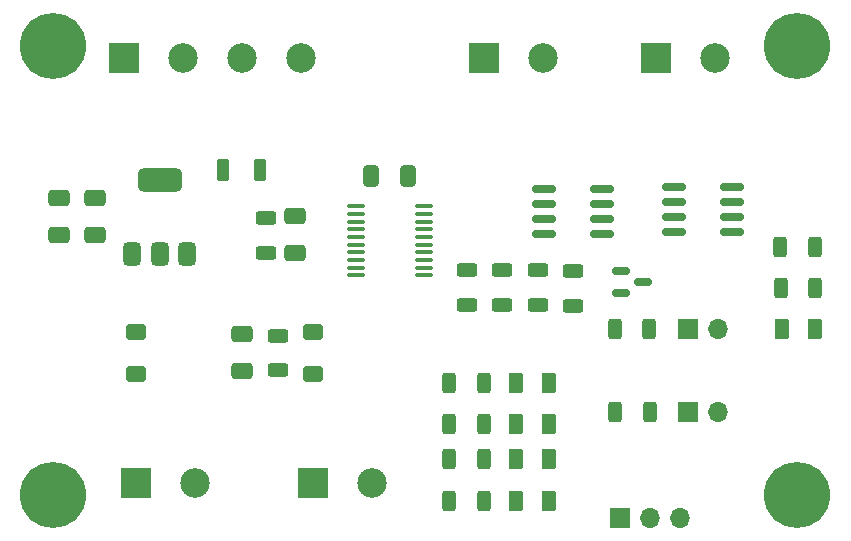
<source format=gbr>
%TF.GenerationSoftware,KiCad,Pcbnew,8.0.3*%
%TF.CreationDate,2024-07-12T15:18:38+08:00*%
%TF.ProjectId,seq_v003f4,7365715f-7630-4303-9366-342e6b696361,rev?*%
%TF.SameCoordinates,Original*%
%TF.FileFunction,Soldermask,Top*%
%TF.FilePolarity,Negative*%
%FSLAX46Y46*%
G04 Gerber Fmt 4.6, Leading zero omitted, Abs format (unit mm)*
G04 Created by KiCad (PCBNEW 8.0.3) date 2024-07-12 15:18:38*
%MOMM*%
%LPD*%
G01*
G04 APERTURE LIST*
G04 Aperture macros list*
%AMRoundRect*
0 Rectangle with rounded corners*
0 $1 Rounding radius*
0 $2 $3 $4 $5 $6 $7 $8 $9 X,Y pos of 4 corners*
0 Add a 4 corners polygon primitive as box body*
4,1,4,$2,$3,$4,$5,$6,$7,$8,$9,$2,$3,0*
0 Add four circle primitives for the rounded corners*
1,1,$1+$1,$2,$3*
1,1,$1+$1,$4,$5*
1,1,$1+$1,$6,$7*
1,1,$1+$1,$8,$9*
0 Add four rect primitives between the rounded corners*
20,1,$1+$1,$2,$3,$4,$5,0*
20,1,$1+$1,$4,$5,$6,$7,0*
20,1,$1+$1,$6,$7,$8,$9,0*
20,1,$1+$1,$8,$9,$2,$3,0*%
G04 Aperture macros list end*
%ADD10C,5.600000*%
%ADD11R,1.700000X1.700000*%
%ADD12O,1.700000X1.700000*%
%ADD13RoundRect,0.250000X0.625000X-0.312500X0.625000X0.312500X-0.625000X0.312500X-0.625000X-0.312500X0*%
%ADD14RoundRect,0.250000X0.600000X-0.400000X0.600000X0.400000X-0.600000X0.400000X-0.600000X-0.400000X0*%
%ADD15RoundRect,0.375000X0.375000X-0.625000X0.375000X0.625000X-0.375000X0.625000X-0.375000X-0.625000X0*%
%ADD16RoundRect,0.500000X1.400000X-0.500000X1.400000X0.500000X-1.400000X0.500000X-1.400000X-0.500000X0*%
%ADD17RoundRect,0.150000X-0.825000X-0.150000X0.825000X-0.150000X0.825000X0.150000X-0.825000X0.150000X0*%
%ADD18RoundRect,0.250000X-0.650000X0.412500X-0.650000X-0.412500X0.650000X-0.412500X0.650000X0.412500X0*%
%ADD19RoundRect,0.250000X-0.412500X-0.650000X0.412500X-0.650000X0.412500X0.650000X-0.412500X0.650000X0*%
%ADD20RoundRect,0.250000X0.375000X0.625000X-0.375000X0.625000X-0.375000X-0.625000X0.375000X-0.625000X0*%
%ADD21RoundRect,0.250000X-0.600000X0.400000X-0.600000X-0.400000X0.600000X-0.400000X0.600000X0.400000X0*%
%ADD22R,2.500000X2.500000*%
%ADD23C,2.500000*%
%ADD24RoundRect,0.250000X0.312500X0.625000X-0.312500X0.625000X-0.312500X-0.625000X0.312500X-0.625000X0*%
%ADD25RoundRect,0.250000X-0.312500X-0.625000X0.312500X-0.625000X0.312500X0.625000X-0.312500X0.625000X0*%
%ADD26RoundRect,0.250000X-0.375000X-0.625000X0.375000X-0.625000X0.375000X0.625000X-0.375000X0.625000X0*%
%ADD27RoundRect,0.150000X-0.587500X-0.150000X0.587500X-0.150000X0.587500X0.150000X-0.587500X0.150000X0*%
%ADD28RoundRect,0.100000X-0.637500X-0.100000X0.637500X-0.100000X0.637500X0.100000X-0.637500X0.100000X0*%
%ADD29RoundRect,0.250000X-0.275000X-0.700000X0.275000X-0.700000X0.275000X0.700000X-0.275000X0.700000X0*%
G04 APERTURE END LIST*
D10*
%TO.C,REF\u002A\u002A*%
X166000000Y-121500000D03*
%TD*%
%TO.C,REF\u002A\u002A*%
X166000000Y-83500000D03*
%TD*%
%TO.C,REF\u002A\u002A*%
X229000000Y-83500000D03*
%TD*%
%TO.C,REF\u002A\u002A*%
X229000000Y-121500000D03*
%TD*%
D11*
%TO.C,J5*%
X219725000Y-114500000D03*
D12*
X222265000Y-114500000D03*
%TD*%
D13*
%TO.C,R12*%
X201000000Y-102500000D03*
X201000000Y-105425000D03*
%TD*%
D14*
%TO.C,D1*%
X188000000Y-111250000D03*
X188000000Y-107750000D03*
%TD*%
D15*
%TO.C,U1*%
X172700000Y-101150000D03*
X175000000Y-101150000D03*
D16*
X175000000Y-94850000D03*
D15*
X177300000Y-101150000D03*
%TD*%
D17*
%TO.C,Q2*%
X223500000Y-95460000D03*
X223500000Y-96730000D03*
X223500000Y-98000000D03*
X223500000Y-99270000D03*
X218550000Y-99270000D03*
X218550000Y-98000000D03*
X218550000Y-96730000D03*
X218550000Y-95460000D03*
%TD*%
D18*
%TO.C,C3*%
X169500000Y-96375000D03*
X169500000Y-99500000D03*
%TD*%
D19*
%TO.C,C4*%
X192937500Y-94500000D03*
X196062500Y-94500000D03*
%TD*%
D20*
%TO.C,D6*%
X208000000Y-118500000D03*
X205200000Y-118500000D03*
%TD*%
D21*
%TO.C,D2*%
X173000000Y-107750000D03*
X173000000Y-111250000D03*
%TD*%
D22*
%TO.C,J2*%
X188000000Y-120500000D03*
D23*
X193000000Y-120500000D03*
%TD*%
D11*
%TO.C,J4*%
X219725000Y-107500000D03*
D12*
X222265000Y-107500000D03*
%TD*%
D20*
%TO.C,D5*%
X208000000Y-115500000D03*
X205200000Y-115500000D03*
%TD*%
D24*
%TO.C,R4*%
X230500000Y-104000000D03*
X227575000Y-104000000D03*
%TD*%
D25*
%TO.C,R5*%
X199537500Y-112000000D03*
X202462500Y-112000000D03*
%TD*%
D20*
%TO.C,D4*%
X208000000Y-112000000D03*
X205200000Y-112000000D03*
%TD*%
D13*
%TO.C,R9*%
X184000000Y-101000000D03*
X184000000Y-98075000D03*
%TD*%
D26*
%TO.C,D3*%
X227700000Y-107500000D03*
X230500000Y-107500000D03*
%TD*%
D11*
%TO.C,J3*%
X213975000Y-123475000D03*
D12*
X216515000Y-123475000D03*
X219055000Y-123475000D03*
%TD*%
D23*
%TO.C,J1*%
X178000000Y-120500000D03*
D22*
X173000000Y-120500000D03*
%TD*%
D13*
%TO.C,R10*%
X207000000Y-105425000D03*
X207000000Y-102500000D03*
%TD*%
D23*
%TO.C,J6*%
X187000000Y-84500000D03*
X182000000Y-84500000D03*
X177000000Y-84500000D03*
D22*
X172000000Y-84500000D03*
%TD*%
D18*
%TO.C,C1*%
X182000000Y-107875000D03*
X182000000Y-111000000D03*
%TD*%
%TO.C,C5*%
X186500000Y-97875000D03*
X186500000Y-101000000D03*
%TD*%
D27*
%TO.C,Q3*%
X215937500Y-103500000D03*
X214062500Y-104450000D03*
X214062500Y-102550000D03*
%TD*%
D20*
%TO.C,D7*%
X208000000Y-122000000D03*
X205200000Y-122000000D03*
%TD*%
D25*
%TO.C,R7*%
X199537500Y-118500000D03*
X202462500Y-118500000D03*
%TD*%
D23*
%TO.C,J8*%
X222000000Y-84500000D03*
D22*
X217000000Y-84500000D03*
%TD*%
D24*
%TO.C,R2*%
X216500000Y-114500000D03*
X213575000Y-114500000D03*
%TD*%
D17*
%TO.C,Q1*%
X207525000Y-95595000D03*
X207525000Y-96865000D03*
X207525000Y-98135000D03*
X207525000Y-99405000D03*
X212475000Y-99405000D03*
X212475000Y-98135000D03*
X212475000Y-96865000D03*
X212475000Y-95595000D03*
%TD*%
D13*
%TO.C,R3*%
X185000000Y-110962500D03*
X185000000Y-108037500D03*
%TD*%
D24*
%TO.C,R1*%
X216462500Y-107500000D03*
X213537500Y-107500000D03*
%TD*%
D28*
%TO.C,U2*%
X197362500Y-97075000D03*
X197362500Y-97725000D03*
X197362500Y-98375000D03*
X197362500Y-99025000D03*
X197362500Y-99675000D03*
X197362500Y-100325000D03*
X197362500Y-100975000D03*
X197362500Y-101625000D03*
X197362500Y-102275000D03*
X197362500Y-102925000D03*
X191637500Y-102925000D03*
X191637500Y-102275000D03*
X191637500Y-101625000D03*
X191637500Y-100975000D03*
X191637500Y-100325000D03*
X191637500Y-99675000D03*
X191637500Y-99025000D03*
X191637500Y-98375000D03*
X191637500Y-97725000D03*
X191637500Y-97075000D03*
%TD*%
D25*
%TO.C,R14*%
X227537500Y-100500000D03*
X230462500Y-100500000D03*
%TD*%
D13*
%TO.C,R11*%
X204000000Y-105425000D03*
X204000000Y-102500000D03*
%TD*%
D29*
%TO.C,L1*%
X180350000Y-94000000D03*
X183500000Y-94000000D03*
%TD*%
D25*
%TO.C,R8*%
X199537500Y-122000000D03*
X202462500Y-122000000D03*
%TD*%
%TO.C,R6*%
X199537500Y-115500000D03*
X202462500Y-115500000D03*
%TD*%
D23*
%TO.C,J7*%
X207500000Y-84500000D03*
D22*
X202500000Y-84500000D03*
%TD*%
D18*
%TO.C,C2*%
X166500000Y-96375000D03*
X166500000Y-99500000D03*
%TD*%
D13*
%TO.C,R13*%
X210000000Y-105500000D03*
X210000000Y-102575000D03*
%TD*%
M02*

</source>
